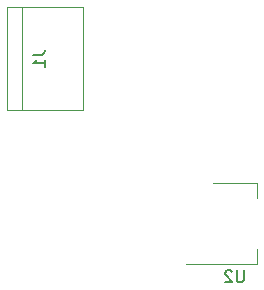
<source format=gbo>
G04 #@! TF.FileFunction,Legend,Bot*
%FSLAX46Y46*%
G04 Gerber Fmt 4.6, Leading zero omitted, Abs format (unit mm)*
G04 Created by KiCad (PCBNEW 4.0.6-e0-6349~53~ubuntu16.04.1) date Fri Jul 14 14:26:54 2017*
%MOMM*%
%LPD*%
G01*
G04 APERTURE LIST*
%ADD10C,0.100000*%
%ADD11C,0.120000*%
%ADD12C,0.150000*%
G04 APERTURE END LIST*
D10*
D11*
X169550000Y-107080000D02*
X169550000Y-108340000D01*
X169550000Y-113900000D02*
X169550000Y-112640000D01*
X165790000Y-107080000D02*
X169550000Y-107080000D01*
X163540000Y-113900000D02*
X169550000Y-113900000D01*
X148370000Y-100870000D02*
X148370000Y-92170000D01*
X154780000Y-100870000D02*
X154780000Y-92170000D01*
X154780000Y-92170000D02*
X148370000Y-92170000D01*
X149600000Y-92170000D02*
X149600000Y-100870000D01*
X148370000Y-100870000D02*
X154780000Y-100870000D01*
D12*
X168401905Y-114442381D02*
X168401905Y-115251905D01*
X168354286Y-115347143D01*
X168306667Y-115394762D01*
X168211429Y-115442381D01*
X168020952Y-115442381D01*
X167925714Y-115394762D01*
X167878095Y-115347143D01*
X167830476Y-115251905D01*
X167830476Y-114442381D01*
X167401905Y-114537619D02*
X167354286Y-114490000D01*
X167259048Y-114442381D01*
X167020952Y-114442381D01*
X166925714Y-114490000D01*
X166878095Y-114537619D01*
X166830476Y-114632857D01*
X166830476Y-114728095D01*
X166878095Y-114870952D01*
X167449524Y-115442381D01*
X166830476Y-115442381D01*
X150582381Y-96186667D02*
X151296667Y-96186667D01*
X151439524Y-96139047D01*
X151534762Y-96043809D01*
X151582381Y-95900952D01*
X151582381Y-95805714D01*
X151582381Y-97186667D02*
X151582381Y-96615238D01*
X151582381Y-96900952D02*
X150582381Y-96900952D01*
X150725238Y-96805714D01*
X150820476Y-96710476D01*
X150868095Y-96615238D01*
M02*

</source>
